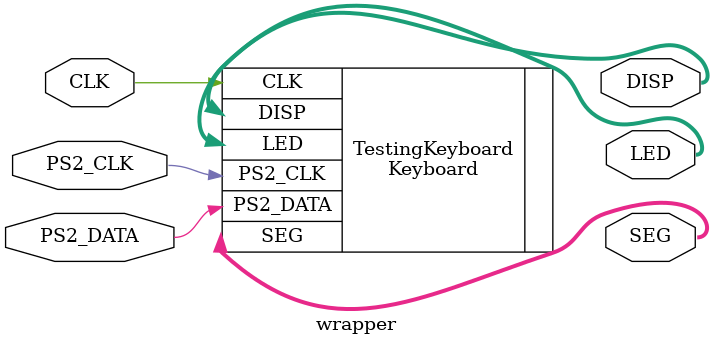
<source format=v>
`timescale 1ns / 1ps
module wrapper(
	input CLK,		//board clock signal
	input PS2_CLK,		//keyboard clock signal
	input PS2_DATA,	
	output [7:0] LED,	//keyboard data signal
	output [6:0] SEG,	
	output [3:0] DISP
    );
Keyboard TestingKeyboard (
							.CLK(CLK),
							.PS2_CLK(PS2_CLK), 
							.PS2_DATA(PS2_DATA),
							.SEG(SEG),
							.DISP(DISP),
							.LED(LED)
							);
endmodule

</source>
